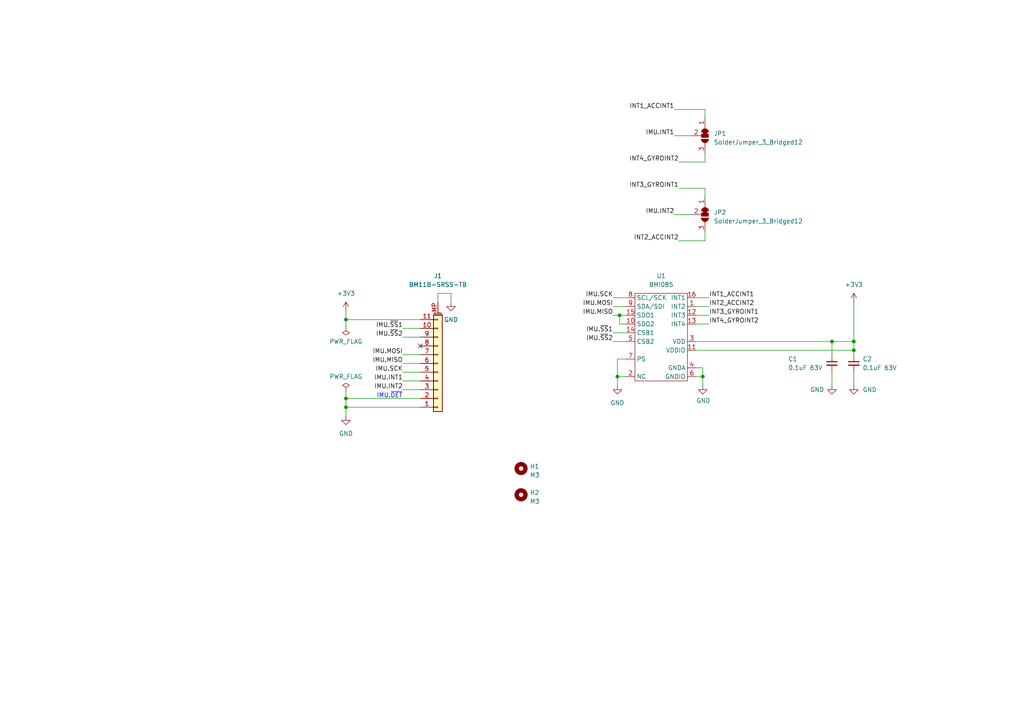
<source format=kicad_sch>
(kicad_sch (version 20230121) (generator eeschema)
  (paper "A4")
  (title_block (title "IMU Breakout") (date "2023-04-04") (rev "1") (company "SSL A-Team") (comment 1 "Author: Matthew Woodward") (comment 2 "Author: Collin Avidano"))
  (lib_symbols
    (symbol "AT-IMU:BMI085"
      (property "Reference" "U" (at -6.35 13.97 0))
      (property "Value" "BMI085" (at -3.81 -13.97 0))
      (symbol "BMI085_0_1"
        (rectangle (start -7.62 12.7) (end 7.62 -12.7))
      )
      (symbol "BMI085_1_1"
        (pin bidirectional line (at 10.16 8.89 180) (length 2.54) (name "INT2") (number "1"))
        (pin output line (at -10.16 3.81 0) (length 2.54) (name "SDO2") (number "10"))
        (pin power_in line (at 10.16 -3.81 180) (length 2.54) (name "VDDIO") (number "11"))
        (pin bidirectional line (at 10.16 6.35 180) (length 2.54) (name "INT3") (number "12"))
        (pin bidirectional line (at 10.16 3.81 180) (length 2.54) (name "INT4") (number "13"))
        (pin input line (at -10.16 1.27 0) (length 2.54) (name "CSB1") (number "14"))
        (pin output line (at -10.16 6.35 0) (length 2.54) (name "SDO1") (number "15"))
        (pin bidirectional line (at 10.16 11.43 180) (length 2.54) (name "INT1") (number "16"))
        (pin passive line (at -10.16 -11.43 0) (length 2.54) (name "NC") (number "2"))
        (pin power_in line (at 10.16 -1.27 180) (length 2.54) (name "VDD") (number "3"))
        (pin power_in line (at 10.16 -8.89 180) (length 2.54) (name "GNDA") (number "4"))
        (pin input line (at -10.16 -1.27 0) (length 2.54) (name "CSB2") (number "5"))
        (pin power_in line (at 10.16 -11.43 180) (length 2.54) (name "GNDIO") (number "6"))
        (pin input line (at -10.16 -6.35 0) (length 2.54) (name "PS") (number "7"))
        (pin input line (at -10.16 11.43 0) (length 2.54) (name "SCL/SCK") (number "8"))
        (pin bidirectional line (at -10.16 8.89 0) (length 2.54) (name "SDA/SDI") (number "9"))
      )
    )
    (symbol "Connector_Generic_MountingPin:Conn_01x11_MountingPin" (pin_names (offset 1.016) hide)
      (property "Reference" "J" (at 0 15.24 0))
      (property "Value" "Conn_01x11_MountingPin" (at 1.27 -15.24 0))
      (symbol "Conn_01x11_MountingPin_1_1"
        (rectangle (start -1.27 -12.573) (end 0 -12.827) (stroke (width 0.1524)))
        (rectangle (start -1.27 -10.033) (end 0 -10.287) (stroke (width 0.1524)))
        (rectangle (start -1.27 -7.493) (end 0 -7.747) (stroke (width 0.1524)))
        (rectangle (start -1.27 -4.953) (end 0 -5.207) (stroke (width 0.1524)))
        (rectangle (start -1.27 -2.413) (end 0 -2.667) (stroke (width 0.1524)))
        (rectangle (start -1.27 0.127) (end 0 -0.127) (stroke (width 0.1524)))
        (rectangle (start -1.27 2.667) (end 0 2.413) (stroke (width 0.1524)))
        (rectangle (start -1.27 5.207) (end 0 4.953) (stroke (width 0.1524)))
        (rectangle (start -1.27 7.747) (end 0 7.493) (stroke (width 0.1524)))
        (rectangle (start -1.27 10.287) (end 0 10.033) (stroke (width 0.1524)))
        (rectangle (start -1.27 12.827) (end 0 12.573) (stroke (width 0.1524)))
        (rectangle (start -1.27 13.97) (end 1.27 -13.97) (stroke (width 0.254)) (fill (type background)))
        (polyline (pts (xy -1.016 -14.732) (xy 1.016 -14.732)) (stroke (width 0.1524)))
        (text "Mounting" (at 0 -14.351 0) (effects (font (size 0.381 0.381))))
        (pin passive line (at -5.08 12.7 0) (length 3.81) (name "Pin_1") (number "1"))
        (pin passive line (at -5.08 -10.16 0) (length 3.81) (name "Pin_10") (number "10"))
        (pin passive line (at -5.08 -12.7 0) (length 3.81) (name "Pin_11") (number "11"))
        (pin passive line (at -5.08 10.16 0) (length 3.81) (name "Pin_2") (number "2"))
        (pin passive line (at -5.08 7.62 0) (length 3.81) (name "Pin_3") (number "3"))
        (pin passive line (at -5.08 5.08 0) (length 3.81) (name "Pin_4") (number "4"))
        (pin passive line (at -5.08 2.54 0) (length 3.81) (name "Pin_5") (number "5"))
        (pin passive line (at -5.08 0 0) (length 3.81) (name "Pin_6") (number "6"))
        (pin passive line (at -5.08 -2.54 0) (length 3.81) (name "Pin_7") (number "7"))
        (pin passive line (at -5.08 -5.08 0) (length 3.81) (name "Pin_8") (number "8"))
        (pin passive line (at -5.08 -7.62 0) (length 3.81) (name "Pin_9") (number "9"))
        (pin passive line (at 0 -17.78 90) (length 3.048) (name "MountPin") (number "MP"))
      )
    )
    (symbol "Device:C_Small" (pin_numbers hide) (pin_names (offset 0.254) hide)
      (property "Reference" "C" (at 0.254 1.778 0))
      (property "Value" "C_Small" (at 0.254 -2.032 0))
      (symbol "C_Small_0_1"
        (polyline (pts (xy -1.524 -0.508) (xy 1.524 -0.508)) (stroke (width 0.3302)))
        (polyline (pts (xy -1.524 0.508) (xy 1.524 0.508)) (stroke (width 0.3048)))
      )
      (symbol "C_Small_1_1"
        (pin passive line (at 0 2.54 270) (length 2.032) (name "~") (number "1"))
        (pin passive line (at 0 -2.54 90) (length 2.032) (name "~") (number "2"))
      )
    )
    (symbol "Jumper:SolderJumper_3_Bridged12" (pin_names (offset 0) hide)
      (property "Reference" "JP" (at -2.54 -2.54 0))
      (property "Value" "SolderJumper_3_Bridged12" (at 0 2.794 0))
      (symbol "SolderJumper_3_Bridged12_0_1"
        (rectangle (start -1.016 0.508) (end -0.508 -0.508) (fill (type outline)))
        (arc (start -1.016 1.016) (mid -2.0276 0) (end -1.016 -1.016))
        (arc (start -1.016 1.016) (mid -2.0276 0) (end -1.016 -1.016) (fill (type outline)))
        (rectangle (start -0.508 1.016) (end 0.508 -1.016) (fill (type outline)))
        (polyline (pts (xy -2.54 0) (xy -2.032 0)))
        (polyline (pts (xy -1.016 1.016) (xy -1.016 -1.016)))
        (polyline (pts (xy 0 -1.27) (xy 0 -1.016)))
        (polyline (pts (xy 1.016 1.016) (xy 1.016 -1.016)))
        (polyline (pts (xy 2.54 0) (xy 2.032 0)))
        (arc (start 1.016 -1.016) (mid 2.0276 0) (end 1.016 1.016))
        (arc (start 1.016 -1.016) (mid 2.0276 0) (end 1.016 1.016) (fill (type outline)))
      )
      (symbol "SolderJumper_3_Bridged12_1_1"
        (pin passive line (at -5.08 0 0) (length 2.54) (name "A") (number "1"))
        (pin passive line (at 0 -3.81 90) (length 2.54) (name "C") (number "2"))
        (pin passive line (at 5.08 0 180) (length 2.54) (name "B") (number "3"))
      )
    )
    (symbol "Mechanical:MountingHole" (pin_names (offset 1.016))
      (property "Reference" "H" (at 0 5.08 0))
      (property "Value" "MountingHole" (at 0 3.175 0))
      (symbol "MountingHole_0_1"
        (circle (center 0 0) (radius 1.27) (stroke (width 1.27)))
      )
    )
    (symbol "power:+3.3V" (power) (pin_names (offset 0))
      (property "Value" "+3.3V" (at 0 3.556 0))
      (symbol "+3.3V_0_1"
        (polyline (pts (xy -0.762 1.27) (xy 0 2.54)))
        (polyline (pts (xy 0 0) (xy 0 2.54)))
        (polyline (pts (xy 0 2.54) (xy 0.762 1.27)))
      )
      (symbol "+3.3V_1_1"
        (pin power_in line (at 0 0 90) (length 0) hide (name "+3V3") (number "1"))
      )
    )
    (symbol "power:GND" (power) (pin_names (offset 0))
      (property "Value" "GND" (at 0 -3.81 0))
      (symbol "GND_0_1"
        (polyline (pts (xy 0 0) (xy 0 -1.27) (xy 1.27 -1.27) (xy 0 -2.54) (xy -1.27 -1.27) (xy 0 -1.27)))
      )
      (symbol "GND_1_1"
        (pin power_in line (at 0 0 270) (length 0) hide (name "GND") (number "1"))
      )
    )
    (symbol "power:PWR_FLAG" (power) (pin_numbers hide) (pin_names (offset 0) hide)
      (property "Value" "PWR_FLAG" (at 0 3.81 0))
      (symbol "PWR_FLAG_0_0"
        (pin power_out line (at 0 0 90) (length 0) (name "pwr") (number "1"))
      )
      (symbol "PWR_FLAG_0_1"
        (polyline (pts (xy 0 0) (xy 0 1.27) (xy -1.016 1.905) (xy 0 2.54) (xy 1.016 1.905) (xy 0 1.27)))
      )
    )
  )
  (junction (at 100.33 92.71))
  (junction (at 179.705 91.44))
  (junction (at 179.07 109.22))
  (junction (at 247.65 99.06))
  (junction (at 100.33 118.11))
  (junction (at 100.33 115.57))
  (junction (at 241.3 99.06))
  (junction (at 203.835 109.22))
  (junction (at 247.65 101.6))
  (no_connect (at 121.92 100.33))
  (wire (pts (xy 201.93 106.68) (xy 203.835 106.68)))
  (wire (pts (xy 177.8 88.9) (xy 181.61 88.9)))
  (wire (pts (xy 181.61 104.14) (xy 179.07 104.14)))
  (wire (pts (xy 204.47 54.61) (xy 204.47 57.15)))
  (wire (pts (xy 121.92 95.25) (xy 116.84 95.25)))
  (wire (pts (xy 121.92 110.49) (xy 116.84 110.49)))
  (wire (pts (xy 100.33 92.71) (xy 100.33 90.17)))
  (wire (pts (xy 204.47 46.99) (xy 196.85 46.99)))
  (wire (pts (xy 195.58 39.37) (xy 200.66 39.37)))
  (wire (pts (xy 247.65 101.6) (xy 247.65 102.87)))
  (wire (pts (xy 241.3 102.87) (xy 241.3 99.06)))
  (wire (pts (xy 130.81 85.09) (xy 130.81 87.63)))
  (wire (pts (xy 247.65 87.63) (xy 247.65 99.06)))
  (wire (pts (xy 127 85.09) (xy 130.81 85.09)))
  (wire (pts (xy 177.8 96.52) (xy 181.61 96.52)))
  (wire (pts (xy 195.58 31.75) (xy 204.47 31.75)))
  (wire (pts (xy 179.705 93.98) (xy 181.61 93.98)))
  (wire (pts (xy 179.07 109.22) (xy 181.61 109.22)))
  (wire (pts (xy 100.33 115.57) (xy 121.92 115.57)))
  (wire (pts (xy 201.93 86.36) (xy 205.74 86.36)))
  (wire (pts (xy 121.92 113.03) (xy 116.84 113.03)))
  (wire (pts (xy 201.93 93.98) (xy 205.74 93.98)))
  (wire (pts (xy 179.07 109.22) (xy 179.07 111.76)))
  (wire (pts (xy 121.92 102.87) (xy 116.84 102.87)))
  (wire (pts (xy 100.33 92.71) (xy 100.33 94.615)))
  (wire (pts (xy 179.07 104.14) (xy 179.07 109.22)))
  (wire (pts (xy 121.92 107.95) (xy 116.84 107.95)))
  (wire (pts (xy 204.47 69.85) (xy 204.47 67.31)))
  (wire (pts (xy 121.92 92.71) (xy 100.33 92.71)))
  (wire (pts (xy 121.92 105.41) (xy 116.84 105.41)))
  (wire (pts (xy 100.33 113.665) (xy 100.33 115.57)))
  (wire (pts (xy 177.8 91.44) (xy 179.705 91.44)))
  (wire (pts (xy 201.93 109.22) (xy 203.835 109.22)))
  (wire (pts (xy 100.33 115.57) (xy 100.33 118.11)))
  (wire (pts (xy 241.3 99.06) (xy 247.65 99.06)))
  (wire (pts (xy 201.93 91.44) (xy 205.74 91.44)))
  (wire (pts (xy 201.93 99.06) (xy 241.3 99.06)))
  (wire (pts (xy 203.835 106.68) (xy 203.835 109.22)))
  (wire (pts (xy 179.705 91.44) (xy 179.705 93.98)))
  (wire (pts (xy 201.93 88.9) (xy 205.74 88.9)))
  (wire (pts (xy 179.705 91.44) (xy 181.61 91.44)))
  (wire (pts (xy 196.85 54.61) (xy 204.47 54.61)))
  (wire (pts (xy 100.33 118.11) (xy 100.33 120.65)))
  (wire (pts (xy 204.47 44.45) (xy 204.47 46.99)))
  (wire (pts (xy 196.85 69.85) (xy 204.47 69.85)))
  (wire (pts (xy 100.33 118.11) (xy 121.92 118.11)))
  (wire (pts (xy 121.92 97.79) (xy 116.84 97.79)))
  (wire (pts (xy 247.65 99.06) (xy 247.65 101.6)))
  (wire (pts (xy 204.47 31.75) (xy 204.47 34.29)))
  (wire (pts (xy 203.835 109.22) (xy 203.835 111.76)))
  (wire (pts (xy 201.93 101.6) (xy 247.65 101.6)))
  (wire (pts (xy 127 87.63) (xy 127 85.09)))
  (wire (pts (xy 177.8 86.36) (xy 181.61 86.36)))
  (wire (pts (xy 241.3 107.95) (xy 241.3 111.76)))
  (wire (pts (xy 247.65 107.95) (xy 247.65 111.76)))
  (wire (pts (xy 195.58 62.23) (xy 200.66 62.23)))
  (wire (pts (xy 177.8 99.06) (xy 181.61 99.06)))
  (text "IMU.~{DET}\n" (at 109.22 115.57 0) (effects (font (size 1.27 1.27)) (justify left bottom)))
  (label "IMU.~{SS}1" (at 116.84 95.25 180))
  (label "IMU.MISO" (at 177.8 91.44 180))
  (label "IMU.~{SS}2" (at 116.84 97.79 180))
  (label "INT3_GYROINT1" (at 196.85 54.61 180))
  (label "IMU.MOSI" (at 177.8 88.9 180))
  (label "IMU.SCK" (at 116.84 107.95 180))
  (label "IMU.INT1" (at 195.58 39.37 180))
  (label "IMU.~{SS}2" (at 177.8 99.06 180))
  (label "INT1_ACCINT1" (at 205.74 86.36 0))
  (label "IMU.~{SS}1" (at 177.8 96.52 180))
  (label "INT1_ACCINT1" (at 195.58 31.75 180))
  (label "IMU.MOSI" (at 116.84 102.87 180))
  (label "IMU.MISO" (at 116.84 105.41 180))
  (label "IMU.INT2" (at 116.84 113.03 180))
  (label "INT3_GYROINT1" (at 205.74 91.44 0))
  (label "IMU.INT1" (at 116.84 110.49 180))
  (label "INT2_ACCINT2" (at 205.74 88.9 0))
  (label "IMU.SCK" (at 177.8 86.36 180))
  (label "INT4_GYROINT2" (at 196.85 46.99 180))
  (label "INT2_ACCINT2" (at 196.85 69.85 180))
  (label "IMU.INT2" (at 195.58 62.23 180))
  (label "INT4_GYROINT2" (at 205.74 93.98 0))
  (symbol (lib_id "power:+3.3V") (at 247.65 87.63 0) (unit 1)
    (property "Reference" "#PWR04" (effects hide))
    (property "Value" "+3.3V" (at 247.65 82.55 0))
  )
  (symbol (lib_id "Mechanical:MountingHole") (at 151.13 135.89 0) (unit 1)
    (property "Reference" "H1" (at 153.67 135.255 0) (effects (justify left)))
    (property "Value" "M3" (at 153.67 137.795 0) (effects (justify left)))
    (property "Footprint" "MountingHole:MountingHole_3.2mm_M3" (effects hide))
  )
  (symbol (lib_id "power:GND") (at 100.33 120.65 0) (unit 1)
    (property "Reference" "#PWR0103" (effects hide))
    (property "Value" "GND" (at 100.33 125.73 0))
  )
  (symbol (lib_id "power:GND") (at 203.835 111.76 0) (mirror y) (unit 1)
    (property "Reference" "#PWR02" (effects hide))
    (property "Value" "GND" (at 201.93 116.205 0) (effects (justify right)))
  )
  (symbol (lib_id "Device:C_Small") (at 241.3 105.41 0) (unit 1)
    (property "Reference" "C1" (at 228.6 104.14 0) (effects (justify left)))
    (property "Value" "0.1uF 63V" (at 228.6 106.68 0) (effects (justify left)))
    (property "Footprint" "Capacitor_SMD:C_0402_1005Metric" (effects hide))
  )
  (symbol (lib_id "power:GND") (at 241.3 111.76 0) (mirror y) (unit 1)
    (property "Reference" "#PWR03" (effects hide))
    (property "Value" "GND" (at 234.95 113.03 0) (effects (justify right)))
  )
  (symbol (lib_id "Connector_Generic_MountingPin:Conn_01x11_MountingPin") (at 127 105.41 0) (mirror x) (unit 1)
    (property "Reference" "J1" (at 127 80.01 0))
    (property "Value" "BM11B-SRSS-TB" (at 127 82.55 0))
    (property "Footprint" "Connector_JST:JST_SH_BM11B-SRSS-TB_1x11-1MP_P1.00mm_Vertical" (effects hide))
  )
  (symbol (lib_id "Device:C_Small") (at 247.65 105.41 0) (unit 1)
    (property "Reference" "C2" (at 250.19 104.1462 0) (effects (justify left)))
    (property "Value" "0.1uF 63V" (at 250.19 106.6862 0) (effects (justify left)))
    (property "Footprint" "Capacitor_SMD:C_0402_1005Metric" (effects hide))
  )
  (symbol (lib_id "power:PWR_FLAG") (at 100.33 113.665 0) (unit 1)
    (property "Reference" "#FLG0102" (effects hide))
    (property "Value" "PWR_FLAG" (at 100.33 109.22 0))
  )
  (symbol (lib_id "power:PWR_FLAG") (at 100.33 94.615 180) (unit 1)
    (property "Reference" "#FLG0101" (effects hide))
    (property "Value" "PWR_FLAG" (at 100.33 99.06 0))
  )
  (symbol (lib_id "Jumper:SolderJumper_3_Bridged12") (at 204.47 62.23 270) (unit 1)
    (property "Reference" "JP2" (at 207.01 61.595 90) (effects (justify left)))
    (property "Value" "SolderJumper_3_Bridged12" (at 207.01 64.135 90) (effects (justify left)))
    (property "Footprint" "Jumper:SolderJumper-3_P1.3mm_Bridged12_RoundedPad1.0x1.5mm" (effects hide))
  )
  (symbol (lib_id "power:GND") (at 247.65 111.76 0) (mirror y) (unit 1)
    (property "Reference" "#PWR05" (effects hide))
    (property "Value" "GND" (at 250.19 113.0299 0) (effects (justify right)))
  )
  (symbol (lib_id "Mechanical:MountingHole") (at 151.13 143.51 0) (unit 1)
    (property "Reference" "H2" (at 153.67 142.875 0) (effects (justify left)))
    (property "Value" "M3" (at 153.67 145.415 0) (effects (justify left)))
    (property "Footprint" "MountingHole:MountingHole_3.2mm_M3" (effects hide))
  )
  (symbol (lib_id "power:GND") (at 179.07 111.76 0) (unit 1)
    (property "Reference" "#PWR01" (effects hide))
    (property "Value" "GND" (at 179.07 116.84 0))
  )
  (symbol (lib_id "AT-IMU:BMI085") (at 191.77 97.79 0) (unit 1)
    (property "Reference" "U1" (at 191.77 80.01 0))
    (property "Value" "BMI085" (at 191.77 82.55 0))
    (property "Footprint" "AT-IMU:LGA-16_3.0x4.5x0.95mm" (effects hide))
    (property "Datasheet" "https://www.bosch-sensortec.com/media/boschsensortec/downloads/datasheets/bst-bmi085-ds001.pdf" (effects hide))
  )
  (symbol (lib_id "power:+3.3V") (at 100.33 90.17 0) (unit 1)
    (property "Reference" "#PWR0102" (effects hide))
    (property "Value" "+3.3V" (at 100.33 85.09 0))
  )
  (symbol (lib_id "Jumper:SolderJumper_3_Bridged12") (at 204.47 39.37 270) (unit 1)
    (property "Reference" "JP1" (at 207.01 38.735 90) (effects (justify left)))
    (property "Value" "SolderJumper_3_Bridged12" (at 207.01 41.275 90) (effects (justify left)))
    (property "Footprint" "Jumper:SolderJumper-3_P1.3mm_Bridged12_RoundedPad1.0x1.5mm" (effects hide))
  )
  (symbol (lib_id "power:GND") (at 130.81 87.63 0) (unit 1)
    (property "Reference" "#PWR0101" (effects hide))
    (property "Value" "GND" (at 130.81 92.71 0))
  )
)
</source>
